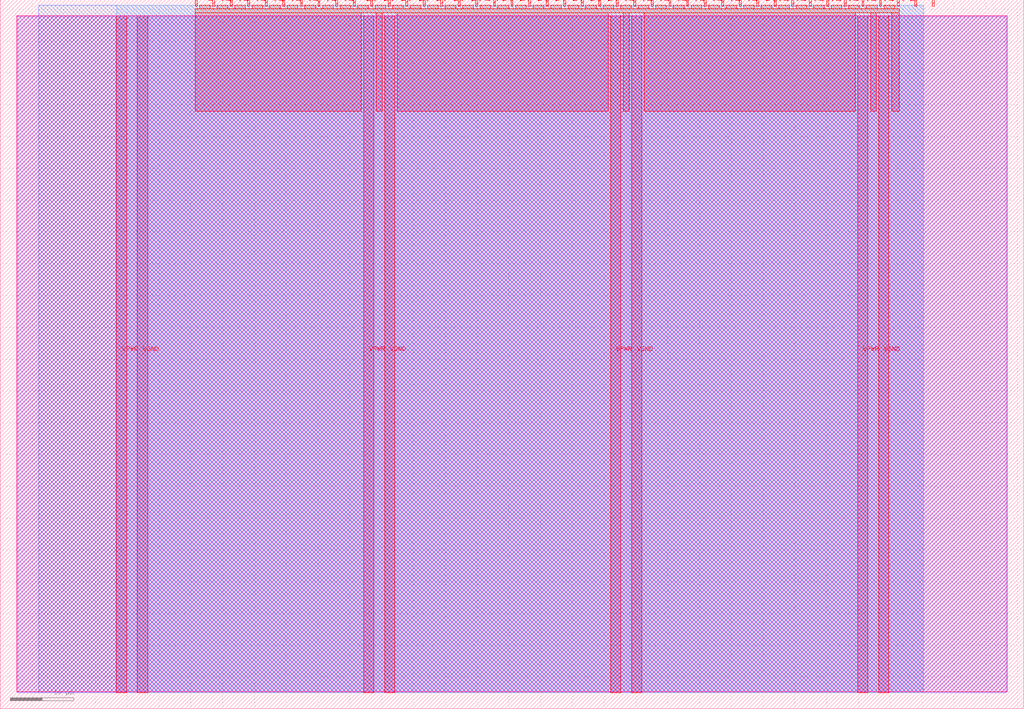
<source format=lef>
VERSION 5.7 ;
  NOWIREEXTENSIONATPIN ON ;
  DIVIDERCHAR "/" ;
  BUSBITCHARS "[]" ;
MACRO tt_um_tommythorn_cgates
  CLASS BLOCK ;
  FOREIGN tt_um_tommythorn_cgates ;
  ORIGIN 0.000 0.000 ;
  SIZE 161.000 BY 111.520 ;
  PIN VGND
    DIRECTION INOUT ;
    USE GROUND ;
    PORT
      LAYER met4 ;
        RECT 21.580 2.480 23.180 109.040 ;
    END
    PORT
      LAYER met4 ;
        RECT 60.450 2.480 62.050 109.040 ;
    END
    PORT
      LAYER met4 ;
        RECT 99.320 2.480 100.920 109.040 ;
    END
    PORT
      LAYER met4 ;
        RECT 138.190 2.480 139.790 109.040 ;
    END
  END VGND
  PIN VPWR
    DIRECTION INOUT ;
    USE POWER ;
    PORT
      LAYER met4 ;
        RECT 18.280 2.480 19.880 109.040 ;
    END
    PORT
      LAYER met4 ;
        RECT 57.150 2.480 58.750 109.040 ;
    END
    PORT
      LAYER met4 ;
        RECT 96.020 2.480 97.620 109.040 ;
    END
    PORT
      LAYER met4 ;
        RECT 134.890 2.480 136.490 109.040 ;
    END
  END VPWR
  PIN clk
    DIRECTION INPUT ;
    USE SIGNAL ;
    PORT
      LAYER met4 ;
        RECT 143.830 110.520 144.130 111.520 ;
    END
  END clk
  PIN ena
    DIRECTION INPUT ;
    USE SIGNAL ;
    PORT
      LAYER met4 ;
        RECT 146.590 110.520 146.890 111.520 ;
    END
  END ena
  PIN rst_n
    DIRECTION INPUT ;
    USE SIGNAL ;
    ANTENNAGATEAREA 0.196500 ;
    PORT
      LAYER met4 ;
        RECT 141.070 110.520 141.370 111.520 ;
    END
  END rst_n
  PIN ui_in[0]
    DIRECTION INPUT ;
    USE SIGNAL ;
    ANTENNAGATEAREA 0.196500 ;
    PORT
      LAYER met4 ;
        RECT 138.310 110.520 138.610 111.520 ;
    END
  END ui_in[0]
  PIN ui_in[1]
    DIRECTION INPUT ;
    USE SIGNAL ;
    ANTENNAGATEAREA 0.196500 ;
    PORT
      LAYER met4 ;
        RECT 135.550 110.520 135.850 111.520 ;
    END
  END ui_in[1]
  PIN ui_in[2]
    DIRECTION INPUT ;
    USE SIGNAL ;
    PORT
      LAYER met4 ;
        RECT 132.790 110.520 133.090 111.520 ;
    END
  END ui_in[2]
  PIN ui_in[3]
    DIRECTION INPUT ;
    USE SIGNAL ;
    PORT
      LAYER met4 ;
        RECT 130.030 110.520 130.330 111.520 ;
    END
  END ui_in[3]
  PIN ui_in[4]
    DIRECTION INPUT ;
    USE SIGNAL ;
    PORT
      LAYER met4 ;
        RECT 127.270 110.520 127.570 111.520 ;
    END
  END ui_in[4]
  PIN ui_in[5]
    DIRECTION INPUT ;
    USE SIGNAL ;
    PORT
      LAYER met4 ;
        RECT 124.510 110.520 124.810 111.520 ;
    END
  END ui_in[5]
  PIN ui_in[6]
    DIRECTION INPUT ;
    USE SIGNAL ;
    PORT
      LAYER met4 ;
        RECT 121.750 110.520 122.050 111.520 ;
    END
  END ui_in[6]
  PIN ui_in[7]
    DIRECTION INPUT ;
    USE SIGNAL ;
    PORT
      LAYER met4 ;
        RECT 118.990 110.520 119.290 111.520 ;
    END
  END ui_in[7]
  PIN uio_in[0]
    DIRECTION INPUT ;
    USE SIGNAL ;
    PORT
      LAYER met4 ;
        RECT 116.230 110.520 116.530 111.520 ;
    END
  END uio_in[0]
  PIN uio_in[1]
    DIRECTION INPUT ;
    USE SIGNAL ;
    PORT
      LAYER met4 ;
        RECT 113.470 110.520 113.770 111.520 ;
    END
  END uio_in[1]
  PIN uio_in[2]
    DIRECTION INPUT ;
    USE SIGNAL ;
    PORT
      LAYER met4 ;
        RECT 110.710 110.520 111.010 111.520 ;
    END
  END uio_in[2]
  PIN uio_in[3]
    DIRECTION INPUT ;
    USE SIGNAL ;
    PORT
      LAYER met4 ;
        RECT 107.950 110.520 108.250 111.520 ;
    END
  END uio_in[3]
  PIN uio_in[4]
    DIRECTION INPUT ;
    USE SIGNAL ;
    PORT
      LAYER met4 ;
        RECT 105.190 110.520 105.490 111.520 ;
    END
  END uio_in[4]
  PIN uio_in[5]
    DIRECTION INPUT ;
    USE SIGNAL ;
    PORT
      LAYER met4 ;
        RECT 102.430 110.520 102.730 111.520 ;
    END
  END uio_in[5]
  PIN uio_in[6]
    DIRECTION INPUT ;
    USE SIGNAL ;
    PORT
      LAYER met4 ;
        RECT 99.670 110.520 99.970 111.520 ;
    END
  END uio_in[6]
  PIN uio_in[7]
    DIRECTION INPUT ;
    USE SIGNAL ;
    PORT
      LAYER met4 ;
        RECT 96.910 110.520 97.210 111.520 ;
    END
  END uio_in[7]
  PIN uio_oe[0]
    DIRECTION OUTPUT ;
    USE SIGNAL ;
    PORT
      LAYER met4 ;
        RECT 49.990 110.520 50.290 111.520 ;
    END
  END uio_oe[0]
  PIN uio_oe[1]
    DIRECTION OUTPUT ;
    USE SIGNAL ;
    PORT
      LAYER met4 ;
        RECT 47.230 110.520 47.530 111.520 ;
    END
  END uio_oe[1]
  PIN uio_oe[2]
    DIRECTION OUTPUT ;
    USE SIGNAL ;
    PORT
      LAYER met4 ;
        RECT 44.470 110.520 44.770 111.520 ;
    END
  END uio_oe[2]
  PIN uio_oe[3]
    DIRECTION OUTPUT ;
    USE SIGNAL ;
    PORT
      LAYER met4 ;
        RECT 41.710 110.520 42.010 111.520 ;
    END
  END uio_oe[3]
  PIN uio_oe[4]
    DIRECTION OUTPUT ;
    USE SIGNAL ;
    PORT
      LAYER met4 ;
        RECT 38.950 110.520 39.250 111.520 ;
    END
  END uio_oe[4]
  PIN uio_oe[5]
    DIRECTION OUTPUT ;
    USE SIGNAL ;
    PORT
      LAYER met4 ;
        RECT 36.190 110.520 36.490 111.520 ;
    END
  END uio_oe[5]
  PIN uio_oe[6]
    DIRECTION OUTPUT ;
    USE SIGNAL ;
    PORT
      LAYER met4 ;
        RECT 33.430 110.520 33.730 111.520 ;
    END
  END uio_oe[6]
  PIN uio_oe[7]
    DIRECTION OUTPUT ;
    USE SIGNAL ;
    PORT
      LAYER met4 ;
        RECT 30.670 110.520 30.970 111.520 ;
    END
  END uio_oe[7]
  PIN uio_out[0]
    DIRECTION OUTPUT ;
    USE SIGNAL ;
    PORT
      LAYER met4 ;
        RECT 72.070 110.520 72.370 111.520 ;
    END
  END uio_out[0]
  PIN uio_out[1]
    DIRECTION OUTPUT ;
    USE SIGNAL ;
    PORT
      LAYER met4 ;
        RECT 69.310 110.520 69.610 111.520 ;
    END
  END uio_out[1]
  PIN uio_out[2]
    DIRECTION OUTPUT ;
    USE SIGNAL ;
    PORT
      LAYER met4 ;
        RECT 66.550 110.520 66.850 111.520 ;
    END
  END uio_out[2]
  PIN uio_out[3]
    DIRECTION OUTPUT ;
    USE SIGNAL ;
    PORT
      LAYER met4 ;
        RECT 63.790 110.520 64.090 111.520 ;
    END
  END uio_out[3]
  PIN uio_out[4]
    DIRECTION OUTPUT ;
    USE SIGNAL ;
    PORT
      LAYER met4 ;
        RECT 61.030 110.520 61.330 111.520 ;
    END
  END uio_out[4]
  PIN uio_out[5]
    DIRECTION OUTPUT ;
    USE SIGNAL ;
    PORT
      LAYER met4 ;
        RECT 58.270 110.520 58.570 111.520 ;
    END
  END uio_out[5]
  PIN uio_out[6]
    DIRECTION OUTPUT ;
    USE SIGNAL ;
    PORT
      LAYER met4 ;
        RECT 55.510 110.520 55.810 111.520 ;
    END
  END uio_out[6]
  PIN uio_out[7]
    DIRECTION OUTPUT ;
    USE SIGNAL ;
    PORT
      LAYER met4 ;
        RECT 52.750 110.520 53.050 111.520 ;
    END
  END uio_out[7]
  PIN uo_out[0]
    DIRECTION OUTPUT ;
    USE SIGNAL ;
    ANTENNADIFFAREA 0.795200 ;
    PORT
      LAYER met4 ;
        RECT 94.150 110.520 94.450 111.520 ;
    END
  END uo_out[0]
  PIN uo_out[1]
    DIRECTION OUTPUT ;
    USE SIGNAL ;
    ANTENNADIFFAREA 0.795200 ;
    PORT
      LAYER met4 ;
        RECT 91.390 110.520 91.690 111.520 ;
    END
  END uo_out[1]
  PIN uo_out[2]
    DIRECTION OUTPUT ;
    USE SIGNAL ;
    ANTENNADIFFAREA 0.445500 ;
    PORT
      LAYER met4 ;
        RECT 88.630 110.520 88.930 111.520 ;
    END
  END uo_out[2]
  PIN uo_out[3]
    DIRECTION OUTPUT ;
    USE SIGNAL ;
    ANTENNADIFFAREA 0.795200 ;
    PORT
      LAYER met4 ;
        RECT 85.870 110.520 86.170 111.520 ;
    END
  END uo_out[3]
  PIN uo_out[4]
    DIRECTION OUTPUT ;
    USE SIGNAL ;
    ANTENNADIFFAREA 0.795200 ;
    PORT
      LAYER met4 ;
        RECT 83.110 110.520 83.410 111.520 ;
    END
  END uo_out[4]
  PIN uo_out[5]
    DIRECTION OUTPUT ;
    USE SIGNAL ;
    ANTENNADIFFAREA 0.795200 ;
    PORT
      LAYER met4 ;
        RECT 80.350 110.520 80.650 111.520 ;
    END
  END uo_out[5]
  PIN uo_out[6]
    DIRECTION OUTPUT ;
    USE SIGNAL ;
    ANTENNADIFFAREA 0.445500 ;
    PORT
      LAYER met4 ;
        RECT 77.590 110.520 77.890 111.520 ;
    END
  END uo_out[6]
  PIN uo_out[7]
    DIRECTION OUTPUT ;
    USE SIGNAL ;
    ANTENNADIFFAREA 0.795200 ;
    PORT
      LAYER met4 ;
        RECT 74.830 110.520 75.130 111.520 ;
    END
  END uo_out[7]
  OBS
      LAYER nwell ;
        RECT 2.570 2.635 158.430 108.990 ;
      LAYER li1 ;
        RECT 2.760 2.635 158.240 108.885 ;
      LAYER met1 ;
        RECT 2.760 2.480 158.240 109.040 ;
      LAYER met2 ;
        RECT 6.080 2.535 145.270 110.685 ;
      LAYER met3 ;
        RECT 18.290 2.555 145.295 110.665 ;
      LAYER met4 ;
        RECT 31.370 110.120 33.030 110.665 ;
        RECT 34.130 110.120 35.790 110.665 ;
        RECT 36.890 110.120 38.550 110.665 ;
        RECT 39.650 110.120 41.310 110.665 ;
        RECT 42.410 110.120 44.070 110.665 ;
        RECT 45.170 110.120 46.830 110.665 ;
        RECT 47.930 110.120 49.590 110.665 ;
        RECT 50.690 110.120 52.350 110.665 ;
        RECT 53.450 110.120 55.110 110.665 ;
        RECT 56.210 110.120 57.870 110.665 ;
        RECT 58.970 110.120 60.630 110.665 ;
        RECT 61.730 110.120 63.390 110.665 ;
        RECT 64.490 110.120 66.150 110.665 ;
        RECT 67.250 110.120 68.910 110.665 ;
        RECT 70.010 110.120 71.670 110.665 ;
        RECT 72.770 110.120 74.430 110.665 ;
        RECT 75.530 110.120 77.190 110.665 ;
        RECT 78.290 110.120 79.950 110.665 ;
        RECT 81.050 110.120 82.710 110.665 ;
        RECT 83.810 110.120 85.470 110.665 ;
        RECT 86.570 110.120 88.230 110.665 ;
        RECT 89.330 110.120 90.990 110.665 ;
        RECT 92.090 110.120 93.750 110.665 ;
        RECT 94.850 110.120 96.510 110.665 ;
        RECT 97.610 110.120 99.270 110.665 ;
        RECT 100.370 110.120 102.030 110.665 ;
        RECT 103.130 110.120 104.790 110.665 ;
        RECT 105.890 110.120 107.550 110.665 ;
        RECT 108.650 110.120 110.310 110.665 ;
        RECT 111.410 110.120 113.070 110.665 ;
        RECT 114.170 110.120 115.830 110.665 ;
        RECT 116.930 110.120 118.590 110.665 ;
        RECT 119.690 110.120 121.350 110.665 ;
        RECT 122.450 110.120 124.110 110.665 ;
        RECT 125.210 110.120 126.870 110.665 ;
        RECT 127.970 110.120 129.630 110.665 ;
        RECT 130.730 110.120 132.390 110.665 ;
        RECT 133.490 110.120 135.150 110.665 ;
        RECT 136.250 110.120 137.910 110.665 ;
        RECT 139.010 110.120 140.670 110.665 ;
        RECT 30.655 109.440 141.385 110.120 ;
        RECT 30.655 94.015 56.750 109.440 ;
        RECT 59.150 94.015 60.050 109.440 ;
        RECT 62.450 94.015 95.620 109.440 ;
        RECT 98.020 94.015 98.920 109.440 ;
        RECT 101.320 94.015 134.490 109.440 ;
        RECT 136.890 94.015 137.790 109.440 ;
        RECT 140.190 94.015 141.385 109.440 ;
  END
END tt_um_tommythorn_cgates
END LIBRARY


</source>
